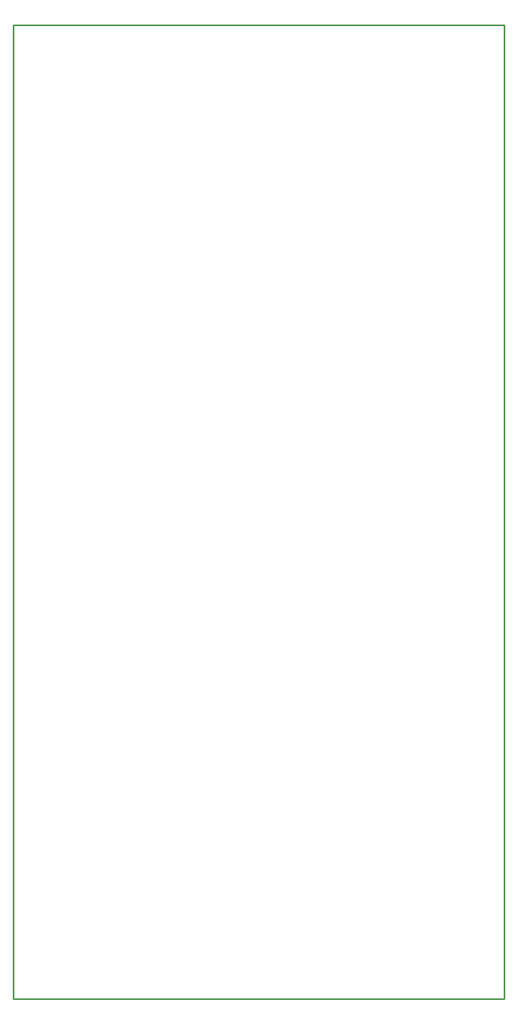
<source format=gbr>
G75*
G71*
%MOMM*%
%OFA0B0*%
%FSLAX53Y53*%
%IPPOS*%
%LPD*%
%ADD10C,0.25000*%
D10*
X0000000Y0000000D02*
X0000000Y0161030D01*
X0081280Y0161030D01*
X0081280Y0000000D01*
X0000000Y0000000D01*
M02*

</source>
